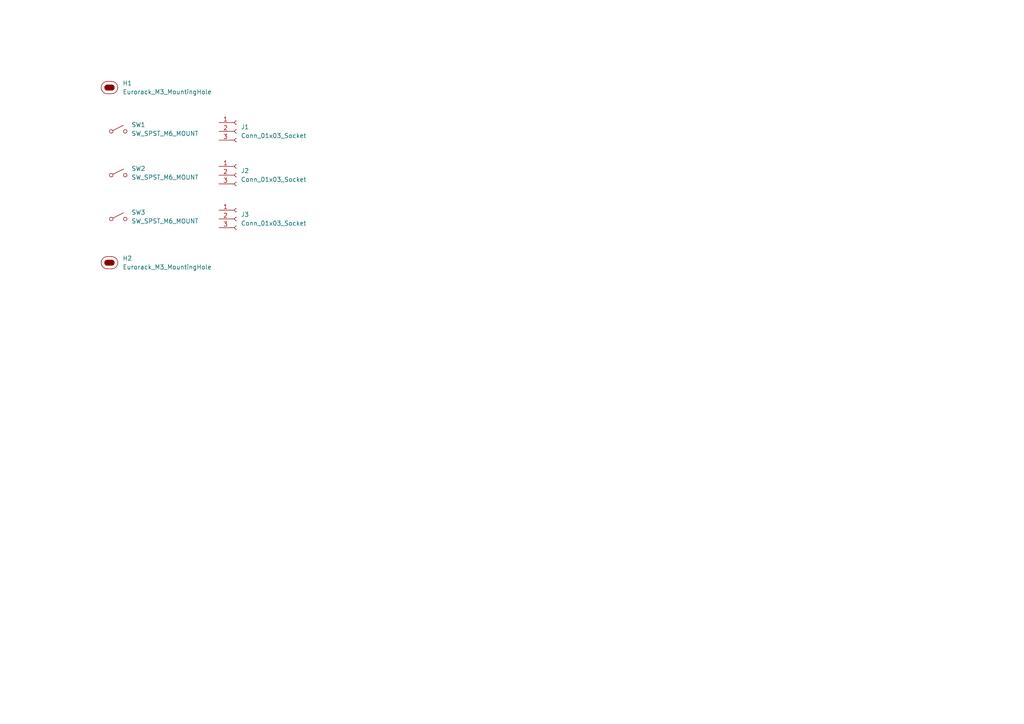
<source format=kicad_sch>
(kicad_sch (version 20231120) (generator "eeschema") (generator_version "8.0")
  (paper "A4")
  (lib_symbols
    (symbol "Connector:Conn_01x03_Socket" (pin_names (offset 1.016) hide)
      (property "Reference" "J" (at 0 5.08 0))
      (property "Value" "Conn_01x03_Socket" (at 0 -5.08 0))
      (symbol "Conn_01x03_Socket_1_1"
        (arc (start 0 -2.032) (mid -0.5058 -2.54) (end 0 -3.048) (stroke (width 0.1524)))
        (polyline (pts (xy -1.27 -2.54) (xy -0.508 -2.54)) (stroke (width 0.1524)))
        (polyline (pts (xy -1.27 0) (xy -0.508 0)) (stroke (width 0.1524)))
        (polyline (pts (xy -1.27 2.54) (xy -0.508 2.54)) (stroke (width 0.1524)))
        (arc (start 0 0.508) (mid -0.5058 0) (end 0 -0.508) (stroke (width 0.1524)))
        (arc (start 0 3.048) (mid -0.5058 2.54) (end 0 2.032) (stroke (width 0.1524)))
        (pin passive line (at -5.08 2.54 0) (length 3.81) (name "Pin_1") (number "1"))
        (pin passive line (at -5.08 0 0) (length 3.81) (name "Pin_2") (number "2"))
        (pin passive line (at -5.08 -2.54 0) (length 3.81) (name "Pin_3") (number "3"))
      )
    )
    (symbol "EXC:Eurorack_M3_MountingHole" (pin_names (offset 1.016)) (exclude_from_sim yes) (in_bom no)
      (property "Reference" "H" (at 0 5.08 0))
      (property "Value" "Eurorack_M3_MountingHole" (at 0 3.175 0))
      (symbol "Eurorack_M3_MountingHole_0_1"
        (circle (center -0.635 0) (radius 0.762) (fill (type outline)))
        (arc (start -0.635 0.762) (mid -1.397 0) (end -0.635 -0.762))
        (arc (start -0.635 1.778) (mid -2.413 0) (end -0.635 -1.778))
        (polyline (pts (xy -0.635 -1.778) (xy 0.635 -1.778)))
        (polyline (pts (xy -0.635 -0.762) (xy 0.635 -0.762)))
        (polyline (pts (xy -0.635 0.762) (xy 0.635 0.762)))
        (polyline (pts (xy 0.635 1.778) (xy -0.635 1.778)))
        (circle (center 0 0) (radius 0.762) (fill (type outline)))
        (arc (start 0.6141 -1.778) (mid 2.4131 0) (end 0.6141 1.778))
        (arc (start 0.6227 -0.762) (mid 1.3971 0) (end 0.6227 0.762))
        (circle (center 0.635 0) (radius 0.762) (fill (type outline)))
      )
    )
    (symbol "EXC:SW_SPDT-M6_Panel_Mount" (pin_names (offset 0) hide)
      (property "Reference" "SW" (at 0 3.175 0))
      (property "Value" "SW_SPST_M6_MOUNT" (at 0 -2.032 0))
      (symbol "SW_SPDT-M6_Panel_Mount_0_0"
        (circle (center -2.032 0) (radius 0.508))
        (polyline (pts (xy -1.524 0.254) (xy 1.524 1.778)))
        (circle (center 2.032 0) (radius 0.508))
      )
    )
  )
  (symbol (lib_id "EXC:SW_SPDT-M6_Panel_Mount") (at 34.29 50.8 0) (unit 1)
    (property "Reference" "SW2" (at 38.1 48.8949 0) (effects (justify left)))
    (property "Value" "SW_SPST_M6_MOUNT" (at 38.1 51.4349 0) (effects (justify left)))
    (property "Footprint" "EXC:SW_SPDT_M6_Panel_Mount" (effects (hide yes)))
    (property "Datasheet" "https://cdn-shop.adafruit.com/product-files/3221/singe_blue_switch_diagram.jpg" (effects (hide yes)))
    (property "Description" "Single Pole Dual-Throw (SPDT) M6 panel-mount switch" (effects (hide yes)))
    (property "Source" "https://www.adafruit.com/product/3221" (effects (hide yes)))
  )
  (symbol (lib_id "EXC:Eurorack_M3_MountingHole") (at 31.75 76.2 0) (unit 1) (exclude_from_sim yes) (in_bom no)
    (property "Reference" "H2" (at 35.56 74.9299 0) (effects (justify left)))
    (property "Value" "Eurorack_M3_MountingHole" (at 35.56 77.4699 0) (effects (justify left)))
    (property "Footprint" "EXC:MountingHole_3.2mm_M3" (effects (hide yes)))
    (property "Description" "Mounting Hole without connection" (effects (hide yes)))
  )
  (symbol (lib_id "EXC:SW_SPDT-M6_Panel_Mount") (at 34.29 38.1 0) (unit 1)
    (property "Reference" "SW1" (at 38.1 36.1949 0) (effects (justify left)))
    (property "Value" "SW_SPST_M6_MOUNT" (at 38.1 38.7349 0) (effects (justify left)))
    (property "Footprint" "EXC:SW_SPDT_M6_Panel_Mount" (effects (hide yes)))
    (property "Datasheet" "https://cdn-shop.adafruit.com/product-files/3221/singe_blue_switch_diagram.jpg" (effects (hide yes)))
    (property "Description" "Single Pole Dual-Throw (SPDT) M6 panel-mount switch" (effects (hide yes)))
    (property "Source" "https://www.adafruit.com/product/3221" (effects (hide yes)))
  )
  (symbol (lib_id "Connector:Conn_01x03_Socket") (at 68.58 50.8 0) (unit 1)
    (property "Reference" "J2" (at 69.85 49.5299 0) (effects (justify left)))
    (property "Value" "Conn_01x03_Socket" (at 69.85 52.0699 0) (effects (justify left)))
    (property "Footprint" "Connector_PinSocket_2.54mm:PinSocket_1x03_P2.54mm_Vertical" (effects (hide yes)))
    (property "Description" "Generic connector, single row, 01x03, script generated" (effects (hide yes)))
  )
  (symbol (lib_id "Connector:Conn_01x03_Socket") (at 68.58 63.5 0) (unit 1)
    (property "Reference" "J3" (at 69.85 62.2299 0) (effects (justify left)))
    (property "Value" "Conn_01x03_Socket" (at 69.85 64.7699 0) (effects (justify left)))
    (property "Footprint" "Connector_PinSocket_2.54mm:PinSocket_1x03_P2.54mm_Vertical" (effects (hide yes)))
    (property "Description" "Generic connector, single row, 01x03, script generated" (effects (hide yes)))
  )
  (symbol (lib_id "EXC:SW_SPDT-M6_Panel_Mount") (at 34.29 63.5 0) (unit 1)
    (property "Reference" "SW3" (at 38.1 61.5949 0) (effects (justify left)))
    (property "Value" "SW_SPST_M6_MOUNT" (at 38.1 64.1349 0) (effects (justify left)))
    (property "Footprint" "EXC:SW_SPDT_M6_Panel_Mount" (effects (hide yes)))
    (property "Datasheet" "https://cdn-shop.adafruit.com/product-files/3221/singe_blue_switch_diagram.jpg" (effects (hide yes)))
    (property "Description" "Single Pole Dual-Throw (SPDT) M6 panel-mount switch" (effects (hide yes)))
    (property "Source" "https://www.adafruit.com/product/3221" (effects (hide yes)))
  )
  (symbol (lib_id "EXC:Eurorack_M3_MountingHole") (at 31.75 25.4 0) (unit 1) (exclude_from_sim yes) (in_bom no)
    (property "Reference" "H1" (at 35.56 24.1299 0) (effects (justify left)))
    (property "Value" "Eurorack_M3_MountingHole" (at 35.56 26.6699 0) (effects (justify left)))
    (property "Footprint" "EXC:MountingHole_3.2mm_M3" (effects (hide yes)))
    (property "Description" "Mounting Hole without connection" (effects (hide yes)))
  )
  (symbol (lib_id "Connector:Conn_01x03_Socket") (at 68.58 38.1 0) (unit 1)
    (property "Reference" "J1" (at 69.85 36.8299 0) (effects (justify left)))
    (property "Value" "Conn_01x03_Socket" (at 69.85 39.3699 0) (effects (justify left)))
    (property "Footprint" "Connector_PinSocket_2.54mm:PinSocket_1x03_P2.54mm_Vertical" (effects (hide yes)))
    (property "Description" "Generic connector, single row, 01x03, script generated" (effects (hide yes)))
  )
)
</source>
